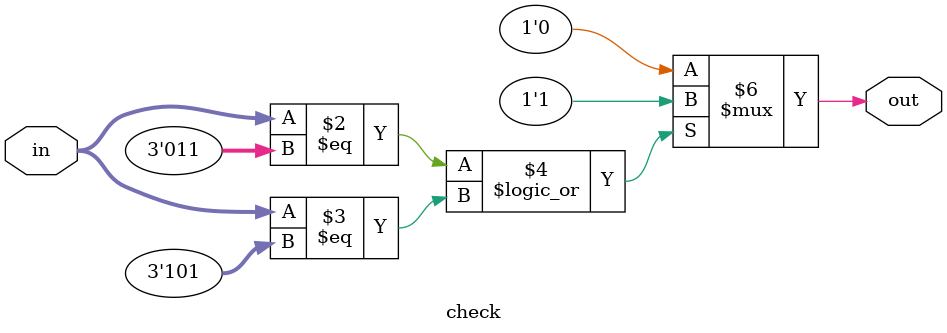
<source format=v>
module check(input[2:0] in,output reg out);
    always @* begin
        if(in == 3'b011 || in == 3'b101) out <= 1'b1;
        else out <= 1'b0;
    end
endmodule
</source>
